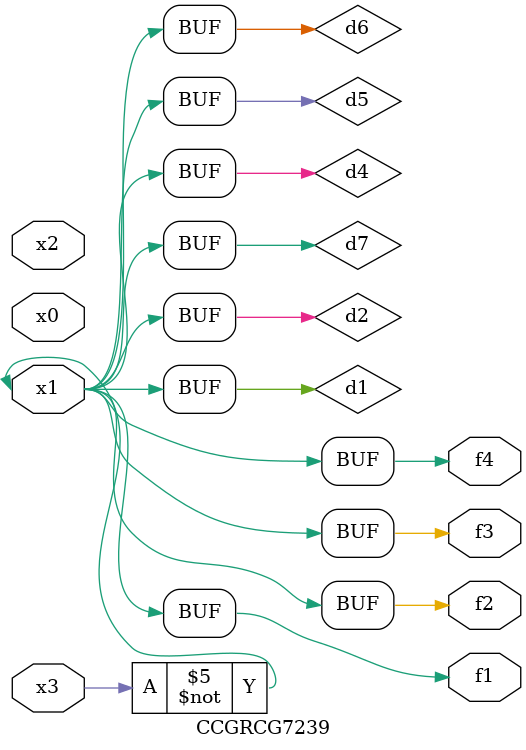
<source format=v>
module CCGRCG7239(
	input x0, x1, x2, x3,
	output f1, f2, f3, f4
);

	wire d1, d2, d3, d4, d5, d6, d7;

	not (d1, x3);
	buf (d2, x1);
	xnor (d3, d1, d2);
	nor (d4, d1);
	buf (d5, d1, d2);
	buf (d6, d4, d5);
	nand (d7, d4);
	assign f1 = d6;
	assign f2 = d7;
	assign f3 = d6;
	assign f4 = d6;
endmodule

</source>
